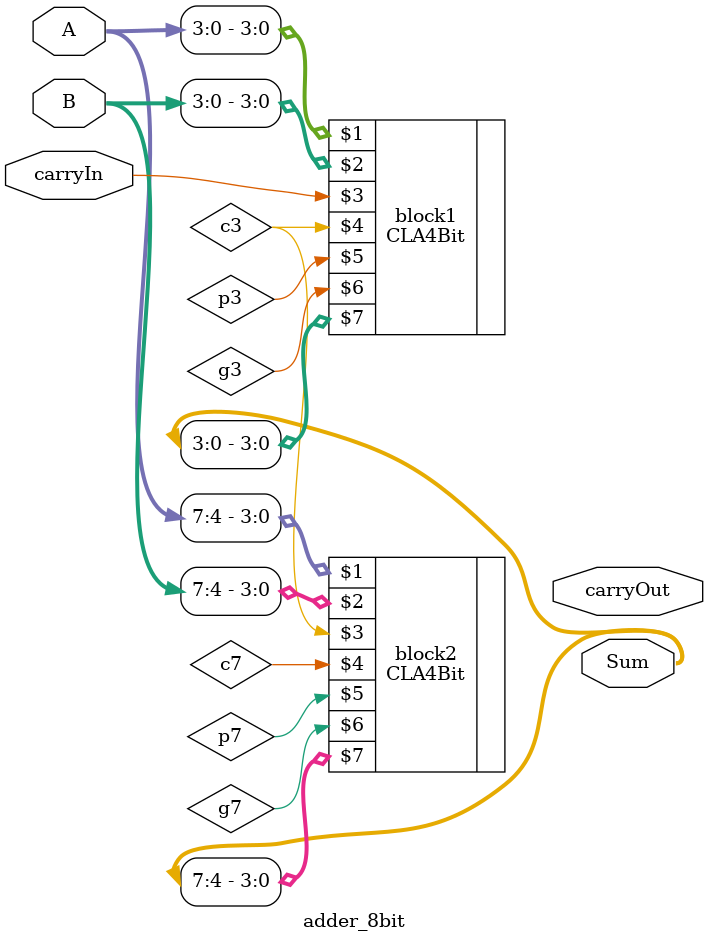
<source format=sv>
module adder_8bit(A, B, carryIn, carryOut, Sum);

    // 8-bit wire for the inputs A and B
    input[7:0] A, B;

    // Wire for the ORIGINAL carry-in
    input carryIn;

    // Wire for the carryOut
    output carryOut;

    // Wire that carries the Sum of this CLA
    output[7:0] Sum;

    // Wires for the propagate of the first 4-bit block (p3)
    // and the second (p7)
    wire p3, p7;

    // Wires for the generate of the first 4-bit block (g3)
    // and the second (g7)
    wire g3, g7;

    // Wires for the carry of the first block (c3) and the
    // second (c7)
    wire c3, c7;

    // The two 4-bit CLA blocks that make up the 8-bit CLA

    CLA4Bit block1(A[3:0], B[3:0], carryIn, c3, p3, g3, Sum[3:0]);

    CLA4Bit block2(A[7:4], B[7:4], c3, c7, p7, g7, Sum[7:4]);
endmodule
</source>
